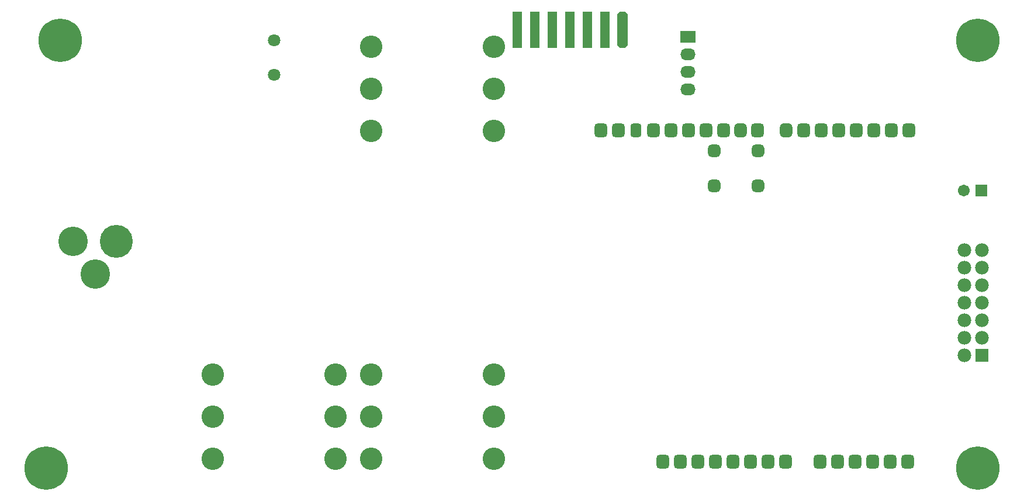
<source format=gbs>
%FSTAX24Y24*%
%MOIN*%
%SFA1B1*%

%IPPOS*%
%AMD102*
4,1,8,0.016700,0.039400,-0.016700,0.039400,-0.037400,0.018700,-0.037400,-0.018700,-0.016700,-0.039400,0.016700,-0.039400,0.037400,-0.018700,0.037400,0.018700,0.016700,0.039400,0.0*
1,1,0.041400,0.016700,0.018700*
1,1,0.041400,-0.016700,0.018700*
1,1,0.041400,-0.016700,-0.018700*
1,1,0.041400,0.016700,-0.018700*
%
%AMD103*
4,1,8,0.013700,0.039400,-0.013700,0.039400,-0.031500,0.021600,-0.031500,-0.021600,-0.013700,-0.039400,0.013700,-0.039400,0.031500,-0.021600,0.031500,0.021600,0.013700,0.039400,0.0*
1,1,0.035600,0.013700,0.021600*
1,1,0.035600,-0.013700,0.021600*
1,1,0.035600,-0.013700,-0.021600*
1,1,0.035600,0.013700,-0.021600*
%
%AMD104*
4,1,8,0.015800,0.039400,-0.015800,0.039400,-0.035500,0.019700,-0.035500,-0.019700,-0.015800,-0.039400,0.015800,-0.039400,0.035500,-0.019700,0.035500,0.019700,0.015800,0.039400,0.0*
1,1,0.039400,0.015800,0.019700*
1,1,0.039400,-0.015800,0.019700*
1,1,0.039400,-0.015800,-0.019700*
1,1,0.039400,0.015800,-0.019700*
%
%AMD110*
4,1,8,0.015800,0.035500,-0.015800,0.035500,-0.035500,0.015800,-0.035500,-0.015800,-0.015800,-0.035500,0.015800,-0.035500,0.035500,-0.015800,0.035500,0.015800,0.015800,0.035500,0.0*
1,1,0.039400,0.015800,0.015800*
1,1,0.039400,-0.015800,0.015800*
1,1,0.039400,-0.015800,-0.015800*
1,1,0.039400,0.015800,-0.015800*
%
%AMD117*
4,1,8,0.029000,-0.089500,0.029000,0.089500,0.014500,0.104000,-0.014500,0.104000,-0.029000,0.089500,-0.029000,-0.089500,-0.014500,-0.104000,0.014500,-0.104000,0.029000,-0.089500,0.0*
%
%ADD87R,0.058000X0.208000*%
G04~CAMADD=102~8~0.0~0.0~749.0~789.0~207.0~0.0~15~0.0~0.0~0.0~0.0~0~0.0~0.0~0.0~0.0~0~0.0~0.0~0.0~0.0~749.0~789.0*
%ADD102D102*%
G04~CAMADD=103~8~0.0~0.0~631.0~789.0~178.0~0.0~15~0.0~0.0~0.0~0.0~0~0.0~0.0~0.0~0.0~0~0.0~0.0~0.0~0.0~631.0~789.0*
%ADD103D103*%
G04~CAMADD=104~8~0.0~0.0~710.0~789.0~197.0~0.0~15~0.0~0.0~0.0~0.0~0~0.0~0.0~0.0~0.0~0~0.0~0.0~0.0~0.0~710.0~789.0*
%ADD104D104*%
%ADD105C,0.248000*%
%ADD106C,0.078000*%
%ADD107R,0.078000X0.078000*%
%ADD108R,0.067100X0.067100*%
%ADD109C,0.067100*%
G04~CAMADD=110~8~0.0~0.0~710.0~710.0~197.0~0.0~15~0.0~0.0~0.0~0.0~0~0.0~0.0~0.0~0.0~0~0.0~0.0~0.0~0.0~710.0~710.0*
%ADD110D110*%
%ADD111O,0.086700X0.067100*%
%ADD112R,0.086700X0.067100*%
%ADD113C,0.128000*%
%ADD114C,0.071000*%
%ADD115C,0.168000*%
%ADD116C,0.188000*%
G04~CAMADD=117~4~0.0~0.0~2080.0~580.0~0.0~145.0~0~0.0~0.0~0.0~0.0~0~0.0~0.0~0.0~0.0~0~0.0~0.0~0.0~270.0~580.0~2080.0*
%ADD117D117*%
%LNpcb1-1*%
%LPD*%
G54D87*
X161992Y094094D03*
X160992D03*
X159992D03*
X158992D03*
X157992D03*
X156992D03*
G54D102*
X165741Y088384D03*
X164741D03*
X162741D03*
X161741D03*
X166741D03*
X167741D03*
X168741D03*
X170698D03*
X172284Y069486D03*
X171284D03*
X170284D03*
X169284D03*
X168284D03*
X167284D03*
X166284D03*
X165284D03*
X174261D03*
X175261D03*
X176261D03*
X177261D03*
X178261D03*
X179261D03*
X179316Y088384D03*
X178316D03*
X177316D03*
X176316D03*
X175316D03*
X174316D03*
X173316D03*
G54D103*
X163741Y088384D03*
G54D104*
X169713Y088384D03*
X172316D03*
G54D105*
X130906Y093504D03*
X183268Y069094D03*
X130118D03*
X183268Y093504D03*
G54D106*
X182472Y081543D03*
X183472D03*
X182472Y080543D03*
X183472D03*
X182472Y079543D03*
X183472D03*
X182472Y078543D03*
X183472D03*
X182472Y077543D03*
X183472D03*
X182472Y076543D03*
X183472D03*
X182472Y075543D03*
G54D107*
X183472Y075543D03*
G54D108*
X183465Y084941D03*
G54D109*
X182465Y084941D03*
G54D110*
X168209Y085205D03*
X170709Y087205D03*
X168209D03*
X170709Y085205D03*
G54D111*
X166732Y090701D03*
Y091701D03*
Y092701D03*
G54D112*
X166732Y093701D03*
G54D113*
X148665Y088348D03*
Y090748D03*
Y093148D03*
X155665Y088348D03*
Y090748D03*
Y093148D03*
X14661Y074447D03*
Y072047D03*
Y069647D03*
X13961Y074447D03*
Y072047D03*
Y069647D03*
X155665Y074447D03*
Y072047D03*
Y069647D03*
X148665Y074447D03*
Y072047D03*
Y069647D03*
G54D114*
X14311Y093504D03*
Y091535D03*
G54D115*
X131644Y082047D03*
X132924Y080157D03*
G54D116*
X134104Y082047D03*
G54D117*
X162992Y094094D03*
M02*
</source>
